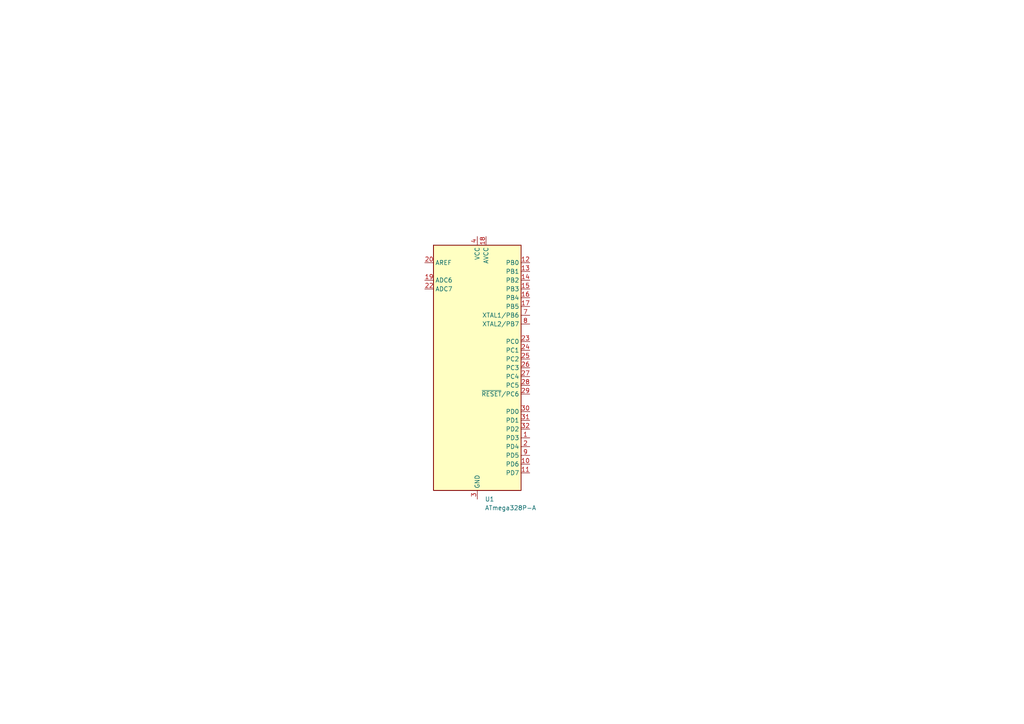
<source format=kicad_sch>
(kicad_sch (version 20231120) (generator "eeschema") (generator_version "8.0")
  (paper "A4")
  (title_block (title "MCU interfaces") (date "2024-08-29") (rev "1.0") (company "Designed by CREPP-NLG"))
  (lib_symbols
    (symbol "MCU_Microchip_ATmega:ATmega328P-A"
      (property "Reference" "U" (at -12.7 36.83 0))
      (property "Value" "ATmega328P-A" (at 2.54 -36.83 0))
      (symbol "ATmega328P-A_0_1"
        (rectangle (start -12.7 -35.56) (end 12.7 35.56) (stroke (width 0.254)) (fill (type background)))
      )
      (symbol "ATmega328P-A_1_1"
        (pin bidirectional line (at 15.24 -20.32 180) (length 2.54) (name "PD3") (number "1"))
        (pin bidirectional line (at 15.24 -27.94 180) (length 2.54) (name "PD6") (number "10"))
        (pin bidirectional line (at 15.24 -30.48 180) (length 2.54) (name "PD7") (number "11"))
        (pin bidirectional line (at 15.24 30.48 180) (length 2.54) (name "PB0") (number "12"))
        (pin bidirectional line (at 15.24 27.94 180) (length 2.54) (name "PB1") (number "13"))
        (pin bidirectional line (at 15.24 25.4 180) (length 2.54) (name "PB2") (number "14"))
        (pin bidirectional line (at 15.24 22.86 180) (length 2.54) (name "PB3") (number "15"))
        (pin bidirectional line (at 15.24 20.32 180) (length 2.54) (name "PB4") (number "16"))
        (pin bidirectional line (at 15.24 17.78 180) (length 2.54) (name "PB5") (number "17"))
        (pin power_in line (at 2.54 38.1 270) (length 2.54) (name "AVCC") (number "18"))
        (pin input line (at -15.24 25.4 0) (length 2.54) (name "ADC6") (number "19"))
        (pin bidirectional line (at 15.24 -22.86 180) (length 2.54) (name "PD4") (number "2"))
        (pin passive line (at -15.24 30.48 0) (length 2.54) (name "AREF") (number "20"))
        (pin passive line (at 0 -38.1 90) (length 2.54) hide (name "GND") (number "21"))
        (pin input line (at -15.24 22.86 0) (length 2.54) (name "ADC7") (number "22"))
        (pin bidirectional line (at 15.24 7.62 180) (length 2.54) (name "PC0") (number "23"))
        (pin bidirectional line (at 15.24 5.08 180) (length 2.54) (name "PC1") (number "24"))
        (pin bidirectional line (at 15.24 2.54 180) (length 2.54) (name "PC2") (number "25"))
        (pin bidirectional line (at 15.24 0 180) (length 2.54) (name "PC3") (number "26"))
        (pin bidirectional line (at 15.24 -2.54 180) (length 2.54) (name "PC4") (number "27"))
        (pin bidirectional line (at 15.24 -5.08 180) (length 2.54) (name "PC5") (number "28"))
        (pin bidirectional line (at 15.24 -7.62 180) (length 2.54) (name "~{RESET}/PC6") (number "29"))
        (pin power_in line (at 0 -38.1 90) (length 2.54) (name "GND") (number "3"))
        (pin bidirectional line (at 15.24 -12.7 180) (length 2.54) (name "PD0") (number "30"))
        (pin bidirectional line (at 15.24 -15.24 180) (length 2.54) (name "PD1") (number "31"))
        (pin bidirectional line (at 15.24 -17.78 180) (length 2.54) (name "PD2") (number "32"))
        (pin power_in line (at 0 38.1 270) (length 2.54) (name "VCC") (number "4"))
        (pin passive line (at 0 -38.1 90) (length 2.54) hide (name "GND") (number "5"))
        (pin passive line (at 0 38.1 270) (length 2.54) hide (name "VCC") (number "6"))
        (pin bidirectional line (at 15.24 15.24 180) (length 2.54) (name "XTAL1/PB6") (number "7"))
        (pin bidirectional line (at 15.24 12.7 180) (length 2.54) (name "XTAL2/PB7") (number "8"))
        (pin bidirectional line (at 15.24 -25.4 180) (length 2.54) (name "PD5") (number "9"))
      )
    )
  )
  (bus_alias "I2C" (members "SCL" "SDA"))
  (bus_alias "SPI" (members "MOSI" "MISO" "CLK"))
  (bus_alias "UART" (members "RX" "TX"))
  (symbol (lib_id "MCU_Microchip_ATmega:ATmega328P-A") (at 138.43 106.68 0) (unit 1)
    (property "Reference" "U1" (at 140.6241 144.78 0) (effects (justify left)))
    (property "Value" "ATmega328P-A" (at 140.6241 147.32 0) (effects (justify left)))
    (property "Footprint" "Package_QFP:TQFP-32_7x7mm_P0.8mm" (effects (hide yes)))
    (property "Datasheet" "http://ww1.microchip.com/downloads/en/DeviceDoc/ATmega328_P%20AVR%20MCU%20with%20picoPower%20Technology%20Data%20Sheet%2040001984A.pdf" (effects (hide yes)))
    (property "Description" "20MHz, 32kB Flash, 2kB SRAM, 1kB EEPROM, TQFP-32" (effects (hide yes)))
  )
)
</source>
